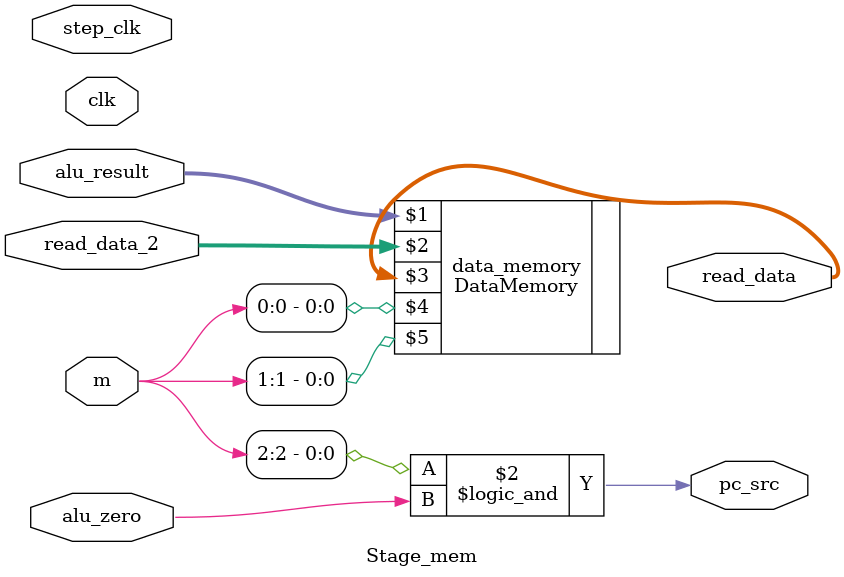
<source format=v>
`include "mux.v"
`include "register.v"

module Stage_mem(clk, step_clk, alu_zero, alu_result, read_data_2, m, read_data, pc_src);
    input clk, step_clk;
    input alu_zero;
    input [31:0] alu_result, read_data_2;
    input [2:0] m;

    output [31:0] read_data;
    output reg pc_src;

    DataMemory data_memory(alu_result, read_data_2, read_data, m[0], m[1]);

    always @(m[2], alu_zero) begin
        pc_src <= m[2] && alu_zero;
    end

endmodule
</source>
